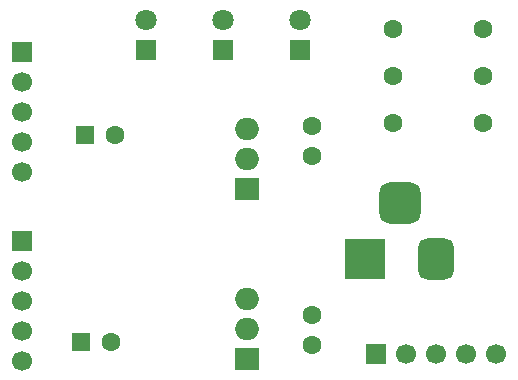
<source format=gbr>
%TF.GenerationSoftware,KiCad,Pcbnew,9.0.7*%
%TF.CreationDate,2026-01-31T20:36:48-06:00*%
%TF.ProjectId,Power,506f7765-722e-46b6-9963-61645f706362,rev?*%
%TF.SameCoordinates,Original*%
%TF.FileFunction,Soldermask,Top*%
%TF.FilePolarity,Negative*%
%FSLAX46Y46*%
G04 Gerber Fmt 4.6, Leading zero omitted, Abs format (unit mm)*
G04 Created by KiCad (PCBNEW 9.0.7) date 2026-01-31 20:36:48*
%MOMM*%
%LPD*%
G01*
G04 APERTURE LIST*
G04 Aperture macros list*
%AMRoundRect*
0 Rectangle with rounded corners*
0 $1 Rounding radius*
0 $2 $3 $4 $5 $6 $7 $8 $9 X,Y pos of 4 corners*
0 Add a 4 corners polygon primitive as box body*
4,1,4,$2,$3,$4,$5,$6,$7,$8,$9,$2,$3,0*
0 Add four circle primitives for the rounded corners*
1,1,$1+$1,$2,$3*
1,1,$1+$1,$4,$5*
1,1,$1+$1,$6,$7*
1,1,$1+$1,$8,$9*
0 Add four rect primitives between the rounded corners*
20,1,$1+$1,$2,$3,$4,$5,0*
20,1,$1+$1,$4,$5,$6,$7,0*
20,1,$1+$1,$6,$7,$8,$9,0*
20,1,$1+$1,$8,$9,$2,$3,0*%
G04 Aperture macros list end*
%ADD10C,1.600000*%
%ADD11R,1.700000X1.700000*%
%ADD12C,1.700000*%
%ADD13O,2.000000X1.905000*%
%ADD14R,2.000000X1.905000*%
%ADD15R,3.500000X3.500000*%
%ADD16RoundRect,0.750000X0.750000X1.000000X-0.750000X1.000000X-0.750000X-1.000000X0.750000X-1.000000X0*%
%ADD17RoundRect,0.875000X0.875000X0.875000X-0.875000X0.875000X-0.875000X-0.875000X0.875000X-0.875000X0*%
%ADD18R,1.800000X1.800000*%
%ADD19C,1.800000*%
%ADD20RoundRect,0.250000X-0.550000X-0.550000X0.550000X-0.550000X0.550000X0.550000X-0.550000X0.550000X0*%
G04 APERTURE END LIST*
D10*
%TO.C,R2*%
X212500000Y-86500000D03*
X204880000Y-86500000D03*
%TD*%
%TO.C,R1*%
X204880000Y-90500000D03*
X212500000Y-90500000D03*
%TD*%
%TO.C,R3*%
X212500000Y-82500000D03*
X204880000Y-82500000D03*
%TD*%
D11*
%TO.C,J3*%
X203460000Y-110000000D03*
D12*
X206000000Y-110000000D03*
X208540000Y-110000000D03*
X211080000Y-110000000D03*
X213620000Y-110000000D03*
%TD*%
D11*
%TO.C,J2*%
X173500000Y-84500000D03*
D12*
X173500000Y-87040000D03*
X173500000Y-89580000D03*
X173500000Y-92120000D03*
X173500000Y-94660000D03*
%TD*%
D11*
%TO.C,J1*%
X173500000Y-100460000D03*
D12*
X173500000Y-103000000D03*
X173500000Y-105540000D03*
X173500000Y-108080000D03*
X173500000Y-110620000D03*
%TD*%
D13*
%TO.C,U3*%
X192500000Y-105370000D03*
X192500000Y-107910000D03*
D14*
X192500000Y-110450000D03*
%TD*%
%TO.C,U1*%
X192500000Y-96080000D03*
D13*
X192500000Y-93540000D03*
X192500000Y-91000000D03*
%TD*%
D15*
%TO.C,J4*%
X202500000Y-101957500D03*
D16*
X208500000Y-101957500D03*
D17*
X205500000Y-97257500D03*
%TD*%
D18*
%TO.C,D3*%
X197000000Y-84275000D03*
D19*
X197000000Y-81735000D03*
%TD*%
D18*
%TO.C,D2*%
X190500000Y-84275000D03*
D19*
X190500000Y-81735000D03*
%TD*%
D18*
%TO.C,D1*%
X184000000Y-84275000D03*
D19*
X184000000Y-81735000D03*
%TD*%
D20*
%TO.C,C4*%
X178500000Y-109000000D03*
D10*
X181000000Y-109000000D03*
%TD*%
D20*
%TO.C,C3*%
X178817621Y-91500000D03*
D10*
X181317621Y-91500000D03*
%TD*%
%TO.C,C2*%
X198000000Y-106750000D03*
X198000000Y-109250000D03*
%TD*%
%TO.C,C1*%
X198000000Y-90750000D03*
X198000000Y-93250000D03*
%TD*%
M02*

</source>
